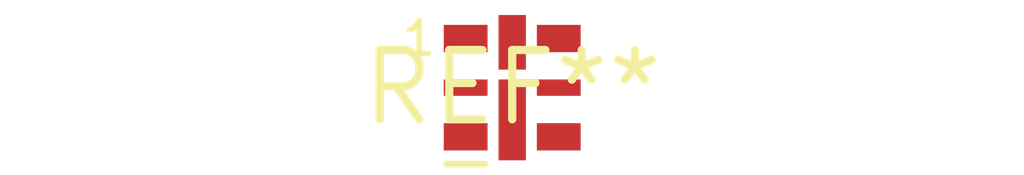
<source format=kicad_pcb>
(kicad_pcb (version 20240108) (generator pcbnew)
  (layers (0 "F.Cu" signal) (31 "B.Cu" signal) (34 "B.Paste" user) (35 "F.Paste" user) (36 "B.SilkS" user "B.Silkscreen") (37 "F.SilkS" user "F.Silkscreen") (38 "B.Mask" user) (39 "F.Mask" user) (44 "Edge.Cuts" user))
  (net 0 "")
  (footprint "LED-APA102-2020" (layer "F.Cu") (at 0 0)
    (property "Reference" "REF**")
    (property "Value" "LED-APA102-2020")
    (fp_line (start -1.2 1.4) (end -0.5 1.4) (layer "F.SilkS") (stroke (width 0.12)))
    (fp_text user "1" (at -1.7 -0.9 0) (layer "F.SilkS") (effects (font (size 0.6 0.6) (thickness 0.1))))
    (pad "1" smd rect (at -0.85 -0.9) (size 0.8 0.5) (layers "F.Cu" "F.Paste" "F.Mask"))
    (pad "1" smd rect (at 0 -0.83 90) (size 1 0.5) (layers "F.Cu" "F.Paste" "F.Mask"))
    (pad "2" smd rect (at -0.85 0) (size 0.8 0.3) (layers "F.Cu" "F.Paste" "F.Mask"))
    (pad "3" smd rect (at -0.85 0.9) (size 0.8 0.5) (layers "F.Cu" "F.Paste" "F.Mask"))
    (pad "4" smd rect (at 0.85 0.9) (size 0.8 0.5) (layers "F.Cu" "F.Paste" "F.Mask"))
    (pad "5" smd rect (at 0.85 0) (size 0.8 0.3) (layers "F.Cu" "F.Paste" "F.Mask"))
    (pad "6" smd rect (at 0 0.59 90) (size 1.48 0.5) (layers "F.Cu" "F.Paste" "F.Mask"))
    (pad "6" smd rect (at 0.85 -0.9) (size 0.8 0.5) (layers "F.Cu" "F.Paste" "F.Mask"))
  )
)
</source>
